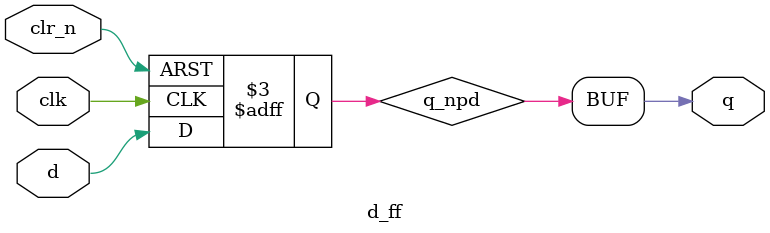
<source format=v>
module d_ff(
  q,
  clk, d, clr_n
);

  output q;
  reg    q_npd;   // q output with no propagation delay
  input  clk;
  input  d, clr_n;

  always @ (posedge clk or negedge clr_n)
    begin
      if (!clr_n)
        q_npd <= 0;
      else
        q_npd <= d;
    end

  assign #2 q = q_npd;
endmodule

</source>
